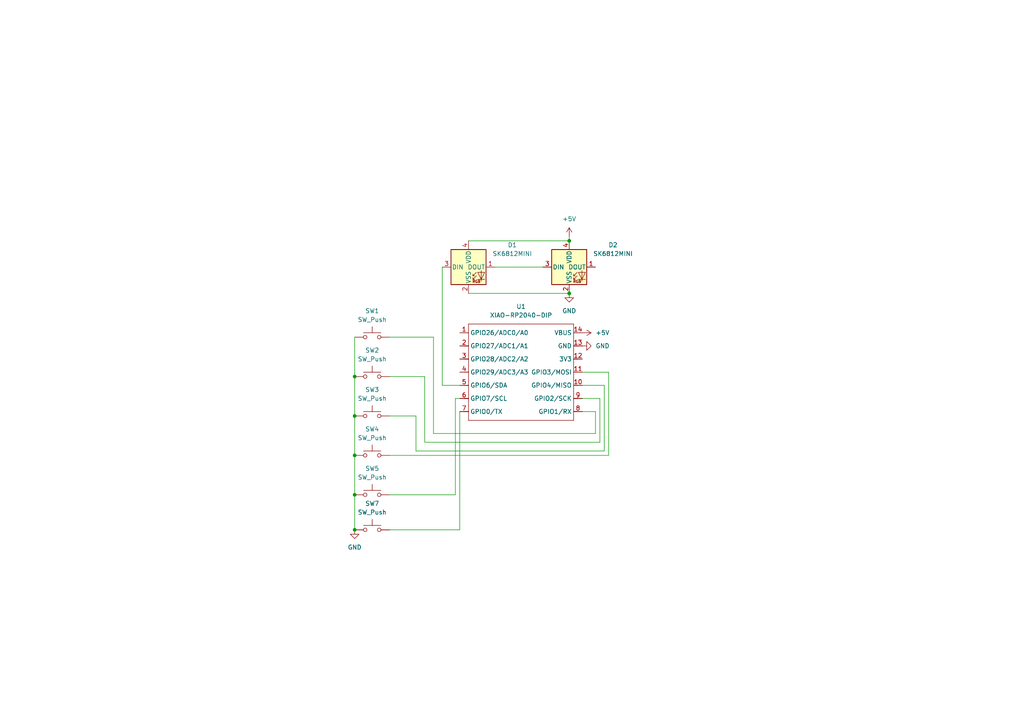
<source format=kicad_sch>
(kicad_sch (version 20250114) (generator "eeschema") (generator_version "9.0")
  (paper "A4")
  (lib_symbols
    (symbol "LED:SK6812MINI" (pin_names (offset 0.254))
      (property "Reference" "D" (at 5.08 5.715 0))
      (property "Value" "SK6812MINI" (at 1.27 -5.715 0))
      (symbol "SK6812MINI_0_0"
        (text "RGB" (at 2.286 -4.191 0) (effects (font (size 0.762 0.762))))
      )
      (symbol "SK6812MINI_0_1"
        (polyline (pts (xy 1.27 -2.54) (xy 1.778 -2.54)))
        (polyline (pts (xy 1.27 -3.556) (xy 1.778 -3.556)))
        (polyline (pts (xy 2.286 -1.524) (xy 1.27 -2.54) (xy 1.27 -2.032)))
        (polyline (pts (xy 2.286 -2.54) (xy 1.27 -3.556) (xy 1.27 -3.048)))
        (polyline (pts (xy 3.683 -1.016) (xy 3.683 -3.556) (xy 3.683 -4.064)))
        (polyline (pts (xy 4.699 -1.524) (xy 2.667 -1.524) (xy 3.683 -3.556) (xy 4.699 -1.524)))
        (polyline (pts (xy 4.699 -3.556) (xy 2.667 -3.556)))
        (rectangle (start 5.08 5.08) (end -5.08 -5.08) (stroke (width 0.254)) (fill (type background)))
      )
      (symbol "SK6812MINI_1_1"
        (pin input line (at -7.62 0 0) (length 2.54) (name "DIN") (number "3"))
        (pin power_in line (at 0 7.62 270) (length 2.54) (name "VDD") (number "4"))
        (pin power_in line (at 0 -7.62 90) (length 2.54) (name "VSS") (number "2"))
        (pin output line (at 7.62 0 180) (length 2.54) (name "DOUT") (number "1"))
      )
    )
    (symbol "Seeed_Studio_XIAO_Series:XIAO-RP2040-DIP"
      (property "Reference" "U" (at 0 0 0))
      (property "Value" "XIAO-RP2040-DIP" (at 5.334 -1.778 0))
      (symbol "XIAO-RP2040-DIP_1_0"
        (polyline (pts (xy -1.27 -2.54) (xy 29.21 -2.54)) (stroke (width 0.1524)))
        (polyline (pts (xy -1.27 -5.08) (xy -2.54 -5.08)) (stroke (width 0.1524)))
        (polyline (pts (xy -1.27 -5.08) (xy -1.27 -2.54)) (stroke (width 0.1524)))
        (polyline (pts (xy -1.27 -8.89) (xy -2.54 -8.89)) (stroke (width 0.1524)))
        (polyline (pts (xy -1.27 -8.89) (xy -1.27 -5.08)) (stroke (width 0.1524)))
        (polyline (pts (xy -1.27 -12.7) (xy -2.54 -12.7)) (stroke (width 0.1524)))
        (polyline (pts (xy -1.27 -12.7) (xy -1.27 -8.89)) (stroke (width 0.1524)))
        (polyline (pts (xy -1.27 -16.51) (xy -2.54 -16.51)) (stroke (width 0.1524)))
        (polyline (pts (xy -1.27 -16.51) (xy -1.27 -12.7)) (stroke (width 0.1524)))
        (polyline (pts (xy -1.27 -20.32) (xy -2.54 -20.32)) (stroke (width 0.1524)))
        (polyline (pts (xy -1.27 -24.13) (xy -2.54 -24.13)) (stroke (width 0.1524)))
        (polyline (pts (xy -1.27 -27.94) (xy -2.54 -27.94)) (stroke (width 0.1524)))
        (polyline (pts (xy -1.27 -30.48) (xy -1.27 -16.51)) (stroke (width 0.1524)))
        (polyline (pts (xy 29.21 -2.54) (xy 29.21 -5.08)) (stroke (width 0.1524)))
        (polyline (pts (xy 29.21 -5.08) (xy 29.21 -8.89)) (stroke (width 0.1524)))
        (polyline (pts (xy 29.21 -8.89) (xy 29.21 -12.7)) (stroke (width 0.1524)))
        (polyline (pts (xy 29.21 -12.7) (xy 29.21 -30.48)) (stroke (width 0.1524)))
        (polyline (pts (xy 29.21 -30.48) (xy -1.27 -30.48)) (stroke (width 0.1524)))
        (polyline (pts (xy 30.48 -5.08) (xy 29.21 -5.08)) (stroke (width 0.1524)))
        (polyline (pts (xy 30.48 -8.89) (xy 29.21 -8.89)) (stroke (width 0.1524)))
        (polyline (pts (xy 30.48 -12.7) (xy 29.21 -12.7)) (stroke (width 0.1524)))
        (polyline (pts (xy 30.48 -16.51) (xy 29.21 -16.51)) (stroke (width 0.1524)))
        (polyline (pts (xy 30.48 -20.32) (xy 29.21 -20.32)) (stroke (width 0.1524)))
        (polyline (pts (xy 30.48 -24.13) (xy 29.21 -24.13)) (stroke (width 0.1524)))
        (polyline (pts (xy 30.48 -27.94) (xy 29.21 -27.94)) (stroke (width 0.1524)))
        (pin passive line (at -3.81 -5.08 0) (length 2.54) (name "GPIO26/ADC0/A0") (number "1"))
        (pin passive line (at -3.81 -8.89 0) (length 2.54) (name "GPIO27/ADC1/A1") (number "2"))
        (pin passive line (at -3.81 -12.7 0) (length 2.54) (name "GPIO28/ADC2/A2") (number "3"))
        (pin passive line (at -3.81 -16.51 0) (length 2.54) (name "GPIO29/ADC3/A3") (number "4"))
        (pin passive line (at -3.81 -20.32 0) (length 2.54) (name "GPIO6/SDA") (number "5"))
        (pin passive line (at -3.81 -24.13 0) (length 2.54) (name "GPIO7/SCL") (number "6"))
        (pin passive line (at -3.81 -27.94 0) (length 2.54) (name "GPIO0/TX") (number "7"))
        (pin passive line (at 31.75 -5.08 180) (length 2.54) (name "VBUS") (number "14"))
        (pin passive line (at 31.75 -8.89 180) (length 2.54) (name "GND") (number "13"))
        (pin passive line (at 31.75 -12.7 180) (length 2.54) (name "3V3") (number "12"))
        (pin passive line (at 31.75 -16.51 180) (length 2.54) (name "GPIO3/MOSI") (number "11"))
        (pin passive line (at 31.75 -20.32 180) (length 2.54) (name "GPIO4/MISO") (number "10"))
        (pin passive line (at 31.75 -24.13 180) (length 2.54) (name "GPIO2/SCK") (number "9"))
        (pin passive line (at 31.75 -27.94 180) (length 2.54) (name "GPIO1/RX") (number "8"))
      )
    )
    (symbol "Switch:SW_Push" (pin_numbers (hide yes)) (pin_names (offset 1.016) (hide yes))
      (property "Reference" "SW" (at 1.27 2.54 0))
      (property "Value" "SW_Push" (at 0 -1.524 0))
      (symbol "SW_Push_0_1"
        (circle (center -2.032 0) (radius 0.508))
        (polyline (pts (xy 0 1.27) (xy 0 3.048)))
        (circle (center 2.032 0) (radius 0.508))
        (polyline (pts (xy 2.54 1.27) (xy -2.54 1.27)))
        (pin passive line (at -5.08 0 0) (length 2.54) (name "1") (number "1"))
        (pin passive line (at 5.08 0 180) (length 2.54) (name "2") (number "2"))
      )
    )
    (symbol "power:+5V" (power) (pin_numbers (hide yes)) (pin_names (offset 0) (hide yes))
      (property "Value" "+5V" (at 0 3.556 0))
      (symbol "+5V_0_1"
        (polyline (pts (xy -0.762 1.27) (xy 0 2.54)))
        (polyline (pts (xy 0 2.54) (xy 0.762 1.27)))
        (polyline (pts (xy 0 0) (xy 0 2.54)))
      )
      (symbol "+5V_1_1"
        (pin power_in line (at 0 0 90) (length 0) (name "~") (number "1"))
      )
    )
    (symbol "power:GND" (power) (pin_numbers (hide yes)) (pin_names (offset 0) (hide yes))
      (property "Value" "GND" (at 0 -3.81 0))
      (symbol "GND_0_1"
        (polyline (pts (xy 0 0) (xy 0 -1.27) (xy 1.27 -1.27) (xy 0 -2.54) (xy -1.27 -1.27) (xy 0 -1.27)))
      )
      (symbol "GND_1_1"
        (pin power_in line (at 0 0 270) (length 0) (name "~") (number "1"))
      )
    )
  )
  (junction (at 102.87 120.65))
  (junction (at 102.87 143.51))
  (junction (at 102.87 132.08))
  (junction (at 102.87 109.22))
  (junction (at 102.87 153.67))
  (junction (at 165.1 85.09))
  (junction (at 165.1 69.85))
  (wire (pts (xy 168.91 115.57) (xy 173.99 115.57)))
  (wire (pts (xy 172.72 125.73) (xy 172.72 119.38)))
  (wire (pts (xy 168.91 111.76) (xy 175.26 111.76)))
  (wire (pts (xy 173.99 128.27) (xy 173.99 115.57)))
  (wire (pts (xy 165.1 68.58) (xy 165.1 69.85)))
  (wire (pts (xy 135.89 69.85) (xy 165.1 69.85)))
  (wire (pts (xy 128.27 111.76) (xy 133.35 111.76)))
  (wire (pts (xy 135.89 85.09) (xy 165.1 85.09)))
  (wire (pts (xy 102.87 132.08) (xy 102.87 143.51)))
  (wire (pts (xy 113.03 120.65) (xy 120.65 120.65)))
  (wire (pts (xy 102.87 109.22) (xy 102.87 120.65)))
  (wire (pts (xy 113.03 97.79) (xy 125.73 97.79)))
  (wire (pts (xy 123.19 109.22) (xy 123.19 128.27)))
  (wire (pts (xy 120.65 130.81) (xy 175.26 130.81)))
  (wire (pts (xy 102.87 120.65) (xy 102.87 132.08)))
  (wire (pts (xy 132.08 143.51) (xy 132.08 115.57)))
  (wire (pts (xy 176.53 132.08) (xy 176.53 107.95)))
  (wire (pts (xy 123.19 128.27) (xy 173.99 128.27)))
  (wire (pts (xy 113.03 132.08) (xy 176.53 132.08)))
  (wire (pts (xy 102.87 143.51) (xy 102.87 153.67)))
  (wire (pts (xy 113.03 143.51) (xy 132.08 143.51)))
  (wire (pts (xy 176.53 107.95) (xy 168.91 107.95)))
  (wire (pts (xy 133.35 119.38) (xy 133.35 153.67)))
  (wire (pts (xy 143.51 77.47) (xy 157.48 77.47)))
  (wire (pts (xy 113.03 109.22) (xy 123.19 109.22)))
  (wire (pts (xy 128.27 77.47) (xy 128.27 111.76)))
  (wire (pts (xy 125.73 97.79) (xy 125.73 125.73)))
  (wire (pts (xy 175.26 130.81) (xy 175.26 111.76)))
  (wire (pts (xy 125.73 125.73) (xy 172.72 125.73)))
  (wire (pts (xy 102.87 97.79) (xy 102.87 109.22)))
  (wire (pts (xy 168.91 119.38) (xy 172.72 119.38)))
  (wire (pts (xy 132.08 115.57) (xy 133.35 115.57)))
  (wire (pts (xy 120.65 120.65) (xy 120.65 130.81)))
  (wire (pts (xy 113.03 153.67) (xy 133.35 153.67)))
  (symbol (lib_id "power:GND") (at 102.87 153.67 0) (unit 1)
    (property "Reference" "#PWR02" (effects (hide yes)))
    (property "Value" "GND" (at 102.87 158.75 0))
    (property "Description" "Power symbol creates a global label with name \"GND\" , ground" (effects (hide yes)))
  )
  (symbol (lib_id "Switch:SW_Push") (at 107.95 120.65 0) (unit 1)
    (property "Reference" "SW3" (at 107.95 113.03 0))
    (property "Value" "SW_Push" (at 107.95 115.57 0))
    (property "Footprint" "Button_Switch_Keyboard:SW_Cherry_MX_1.00u_PCB" (effects (hide yes)))
    (property "Description" "Push button switch, generic, two pins" (effects (hide yes)))
  )
  (symbol (lib_id "Switch:SW_Push") (at 107.95 153.67 0) (unit 1)
    (property "Reference" "SW7" (at 107.95 146.05 0))
    (property "Value" "SW_Push" (at 107.95 148.59 0))
    (property "Footprint" "Button_Switch_Keyboard:SW_Cherry_MX_1.00u_PCB" (effects (hide yes)))
    (property "Description" "Push button switch, generic, two pins" (effects (hide yes)))
  )
  (symbol (lib_id "power:GND") (at 165.1 85.09 0) (unit 1)
    (property "Reference" "#PWR03" (effects (hide yes)))
    (property "Value" "GND" (at 165.1 90.17 0))
    (property "Description" "Power symbol creates a global label with name \"GND\" , ground" (effects (hide yes)))
  )
  (symbol (lib_id "Switch:SW_Push") (at 107.95 132.08 0) (unit 1)
    (property "Reference" "SW4" (at 107.95 124.46 0))
    (property "Value" "SW_Push" (at 107.95 127 0))
    (property "Footprint" "Button_Switch_Keyboard:SW_Cherry_MX_1.00u_PCB" (effects (hide yes)))
    (property "Description" "Push button switch, generic, two pins" (effects (hide yes)))
  )
  (symbol (lib_id "LED:SK6812MINI") (at 135.89 77.47 0) (unit 1)
    (property "Reference" "D1" (at 148.59 71.0498 0))
    (property "Value" "SK6812MINI" (at 148.59 73.5898 0))
    (property "Footprint" "LED_SMD:LED_SK6812MINI_PLCC4_3.5x3.5mm_P1.75mm" (effects (hide yes)))
    (property "Datasheet" "https://cdn-shop.adafruit.com/product-files/2686/SK6812MINI_REV.01-1-2.pdf" (effects (hide yes)))
    (property "Description" "RGB LED with integrated controller" (effects (hide yes)))
  )
  (symbol (lib_id "Switch:SW_Push") (at 107.95 109.22 0) (unit 1)
    (property "Reference" "SW2" (at 107.95 101.6 0))
    (property "Value" "SW_Push" (at 107.95 104.14 0))
    (property "Footprint" "Button_Switch_Keyboard:SW_Cherry_MX_1.00u_PCB" (effects (hide yes)))
    (property "Description" "Push button switch, generic, two pins" (effects (hide yes)))
  )
  (symbol (lib_id "Switch:SW_Push") (at 107.95 97.79 0) (unit 1)
    (property "Reference" "SW1" (at 107.95 90.17 0))
    (property "Value" "SW_Push" (at 107.95 92.71 0))
    (property "Footprint" "Button_Switch_Keyboard:SW_Cherry_MX_1.00u_PCB" (effects (hide yes)))
    (property "Description" "Push button switch, generic, two pins" (effects (hide yes)))
  )
  (symbol (lib_id "Switch:SW_Push") (at 107.95 143.51 0) (unit 1)
    (property "Reference" "SW5" (at 107.95 135.89 0))
    (property "Value" "SW_Push" (at 107.95 138.43 0))
    (property "Footprint" "Button_Switch_Keyboard:SW_Cherry_MX_1.00u_PCB" (effects (hide yes)))
    (property "Description" "Push button switch, generic, two pins" (effects (hide yes)))
  )
  (symbol (lib_id "power:GND") (at 168.91 100.33 90) (unit 1)
    (property "Reference" "#PWR05" (effects (hide yes)))
    (property "Value" "GND" (at 172.72 100.3299 90) (effects (justify right)))
    (property "Description" "Power symbol creates a global label with name \"GND\" , ground" (effects (hide yes)))
  )
  (symbol (lib_id "Seeed_Studio_XIAO_Series:XIAO-RP2040-DIP") (at 137.16 91.44 0) (unit 1)
    (property "Reference" "U1" (at 151.13 88.9 0))
    (property "Value" "XIAO-RP2040-DIP" (at 151.13 91.44 0))
    (property "Footprint" "OPL:XIAO-RP2040-DIP" (effects (hide yes)))
  )
  (symbol (lib_id "power:+5V") (at 165.1 68.58 0) (unit 1)
    (property "Reference" "#PWR01" (effects (hide yes)))
    (property "Value" "+5V" (at 165.1 63.5 0))
    (property "Description" "Power symbol creates a global label with name \"+5V\"" (effects (hide yes)))
  )
  (symbol (lib_id "LED:SK6812MINI") (at 165.1 77.47 0) (unit 1)
    (property "Reference" "D2" (at 177.8 71.0498 0))
    (property "Value" "SK6812MINI" (at 177.8 73.5898 0))
    (property "Footprint" "LED_SMD:LED_SK6812MINI_PLCC4_3.5x3.5mm_P1.75mm" (effects (hide yes)))
    (property "Datasheet" "https://cdn-shop.adafruit.com/product-files/2686/SK6812MINI_REV.01-1-2.pdf" (effects (hide yes)))
    (property "Description" "RGB LED with integrated controller" (effects (hide yes)))
  )
  (symbol (lib_id "power:+5V") (at 168.91 96.52 270) (unit 1)
    (property "Reference" "#PWR04" (effects (hide yes)))
    (property "Value" "+5V" (at 172.72 96.5199 90) (effects (justify left)))
    (property "Description" "Power symbol creates a global label with name \"+5V\"" (effects (hide yes)))
  )
)
</source>
